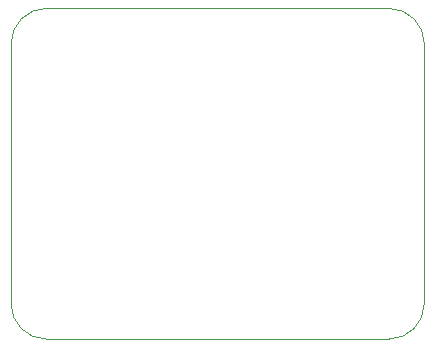
<source format=gko>
G04*
G04 #@! TF.GenerationSoftware,Altium Limited,Altium Designer,21.2.1 (34)*
G04*
G04 Layer_Color=16711935*
%FSLAX25Y25*%
%MOIN*%
G70*
G04*
G04 #@! TF.SameCoordinates,9466BED1-F6BD-4CF9-8920-6B0B1F58636F*
G04*
G04*
G04 #@! TF.FilePolarity,Positive*
G04*
G01*
G75*
%ADD44C,0.00394*%
D44*
X-57087Y0D02*
G03*
X-68898Y-11811I0J-11811D01*
G01*
Y-98425D02*
G03*
X-57087Y-110236I11811J0D01*
G01*
X57087Y-110236D02*
G03*
X68898Y-98425I0J11811D01*
G01*
Y-11811D02*
G03*
X57087Y0I-11811J0D01*
G01*
X-68898Y-98425D02*
Y-11811D01*
X-57087Y-110236D02*
X57087D01*
X-57087Y-0D02*
X57087D01*
X68898Y-98425D02*
Y-11811D01*
M02*

</source>
